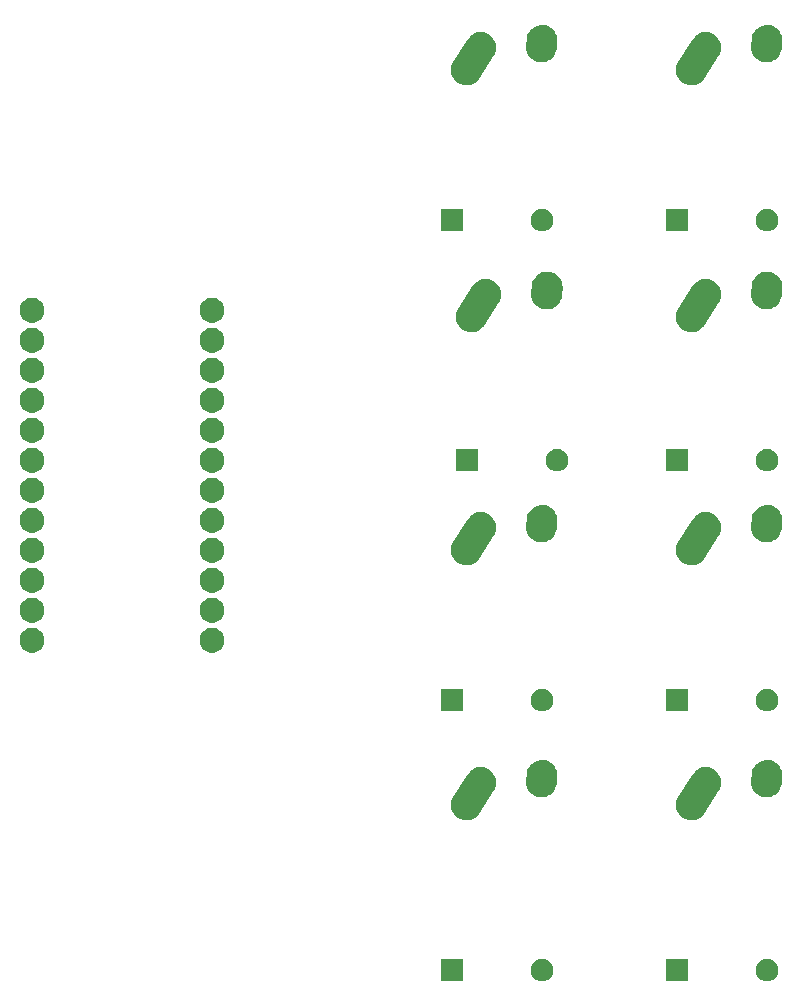
<source format=gts>
G04 #@! TF.GenerationSoftware,KiCad,Pcbnew,5.1.5-5.1.5*
G04 #@! TF.CreationDate,2020-03-08T16:14:12+01:00*
G04 #@! TF.ProjectId,pcb,7063622e-6b69-4636-9164-5f7063625858,rev?*
G04 #@! TF.SameCoordinates,Original*
G04 #@! TF.FileFunction,Soldermask,Top*
G04 #@! TF.FilePolarity,Negative*
%FSLAX46Y46*%
G04 Gerber Fmt 4.6, Leading zero omitted, Abs format (unit mm)*
G04 Created by KiCad (PCBNEW 5.1.5-5.1.5) date 2020-03-08 16:14:12*
%MOMM*%
%LPD*%
G04 APERTURE LIST*
%ADD10C,0.100000*%
G04 APERTURE END LIST*
D10*
G36*
X61237395Y-96875546D02*
G01*
X61410466Y-96947234D01*
X61410467Y-96947235D01*
X61566227Y-97051310D01*
X61698690Y-97183773D01*
X61698691Y-97183775D01*
X61802766Y-97339534D01*
X61874454Y-97512605D01*
X61911000Y-97696333D01*
X61911000Y-97883667D01*
X61874454Y-98067395D01*
X61802766Y-98240466D01*
X61802765Y-98240467D01*
X61698690Y-98396227D01*
X61566227Y-98528690D01*
X61487818Y-98581081D01*
X61410466Y-98632766D01*
X61237395Y-98704454D01*
X61053667Y-98741000D01*
X60866333Y-98741000D01*
X60682605Y-98704454D01*
X60509534Y-98632766D01*
X60432182Y-98581081D01*
X60353773Y-98528690D01*
X60221310Y-98396227D01*
X60117235Y-98240467D01*
X60117234Y-98240466D01*
X60045546Y-98067395D01*
X60009000Y-97883667D01*
X60009000Y-97696333D01*
X60045546Y-97512605D01*
X60117234Y-97339534D01*
X60221309Y-97183775D01*
X60221310Y-97183773D01*
X60353773Y-97051310D01*
X60509533Y-96947235D01*
X60509534Y-96947234D01*
X60682605Y-96875546D01*
X60866333Y-96839000D01*
X61053667Y-96839000D01*
X61237395Y-96875546D01*
G37*
G36*
X73341000Y-98741000D02*
G01*
X71439000Y-98741000D01*
X71439000Y-96839000D01*
X73341000Y-96839000D01*
X73341000Y-98741000D01*
G37*
G36*
X80287395Y-96875546D02*
G01*
X80460466Y-96947234D01*
X80460467Y-96947235D01*
X80616227Y-97051310D01*
X80748690Y-97183773D01*
X80748691Y-97183775D01*
X80852766Y-97339534D01*
X80924454Y-97512605D01*
X80961000Y-97696333D01*
X80961000Y-97883667D01*
X80924454Y-98067395D01*
X80852766Y-98240466D01*
X80852765Y-98240467D01*
X80748690Y-98396227D01*
X80616227Y-98528690D01*
X80537818Y-98581081D01*
X80460466Y-98632766D01*
X80287395Y-98704454D01*
X80103667Y-98741000D01*
X79916333Y-98741000D01*
X79732605Y-98704454D01*
X79559534Y-98632766D01*
X79482182Y-98581081D01*
X79403773Y-98528690D01*
X79271310Y-98396227D01*
X79167235Y-98240467D01*
X79167234Y-98240466D01*
X79095546Y-98067395D01*
X79059000Y-97883667D01*
X79059000Y-97696333D01*
X79095546Y-97512605D01*
X79167234Y-97339534D01*
X79271309Y-97183775D01*
X79271310Y-97183773D01*
X79403773Y-97051310D01*
X79559533Y-96947235D01*
X79559534Y-96947234D01*
X79732605Y-96875546D01*
X79916333Y-96839000D01*
X80103667Y-96839000D01*
X80287395Y-96875546D01*
G37*
G36*
X54291000Y-98741000D02*
G01*
X52389000Y-98741000D01*
X52389000Y-96839000D01*
X54291000Y-96839000D01*
X54291000Y-98741000D01*
G37*
G36*
X74961294Y-80597236D02*
G01*
X75046471Y-80603753D01*
X75086253Y-80614879D01*
X75293275Y-80672777D01*
X75521870Y-80788625D01*
X75723472Y-80946843D01*
X75890334Y-81141353D01*
X76016043Y-81364678D01*
X76094358Y-81603931D01*
X76095768Y-81608239D01*
X76123060Y-81834599D01*
X76126444Y-81862667D01*
X76106895Y-82118195D01*
X76083741Y-82200983D01*
X76037870Y-82365000D01*
X75999559Y-82440596D01*
X75951050Y-82536316D01*
X74673454Y-84541738D01*
X74673452Y-84541740D01*
X74554880Y-84692826D01*
X74360373Y-84859686D01*
X74223755Y-84936587D01*
X74137045Y-84985396D01*
X73899834Y-85063042D01*
X73893484Y-85065121D01*
X73639057Y-85095797D01*
X73639056Y-85095797D01*
X73383529Y-85076248D01*
X73136725Y-85007223D01*
X73136724Y-85007223D01*
X73136722Y-85007222D01*
X72908135Y-84891378D01*
X72908133Y-84891377D01*
X72908130Y-84891375D01*
X72706528Y-84733157D01*
X72706524Y-84733154D01*
X72539667Y-84538650D01*
X72413958Y-84315323D01*
X72413957Y-84315322D01*
X72334233Y-84071764D01*
X72334232Y-84071761D01*
X72303556Y-83817334D01*
X72303556Y-83817333D01*
X72323105Y-83561806D01*
X72392130Y-83315002D01*
X72392130Y-83315001D01*
X72472770Y-83155880D01*
X72478950Y-83143685D01*
X73756545Y-81138262D01*
X73875119Y-80987175D01*
X74019052Y-80863701D01*
X74069630Y-80820312D01*
X74292948Y-80694606D01*
X74292954Y-80694604D01*
X74536511Y-80614880D01*
X74536512Y-80614880D01*
X74536515Y-80614879D01*
X74790941Y-80584203D01*
X74790943Y-80584203D01*
X74961294Y-80597236D01*
G37*
G36*
X55911294Y-80597236D02*
G01*
X55996471Y-80603753D01*
X56036253Y-80614879D01*
X56243275Y-80672777D01*
X56471870Y-80788625D01*
X56673472Y-80946843D01*
X56840334Y-81141353D01*
X56966043Y-81364678D01*
X57044358Y-81603931D01*
X57045768Y-81608239D01*
X57073060Y-81834599D01*
X57076444Y-81862667D01*
X57056895Y-82118195D01*
X57033741Y-82200983D01*
X56987870Y-82365000D01*
X56949559Y-82440596D01*
X56901050Y-82536316D01*
X55623454Y-84541738D01*
X55623452Y-84541740D01*
X55504880Y-84692826D01*
X55310373Y-84859686D01*
X55173755Y-84936587D01*
X55087045Y-84985396D01*
X54849834Y-85063042D01*
X54843484Y-85065121D01*
X54589057Y-85095797D01*
X54589056Y-85095797D01*
X54333529Y-85076248D01*
X54086725Y-85007223D01*
X54086724Y-85007223D01*
X54086722Y-85007222D01*
X53858135Y-84891378D01*
X53858133Y-84891377D01*
X53858130Y-84891375D01*
X53656528Y-84733157D01*
X53656524Y-84733154D01*
X53489667Y-84538650D01*
X53363958Y-84315323D01*
X53363957Y-84315322D01*
X53284233Y-84071764D01*
X53284232Y-84071761D01*
X53253556Y-83817334D01*
X53253556Y-83817333D01*
X53273105Y-83561806D01*
X53342130Y-83315002D01*
X53342130Y-83315001D01*
X53422770Y-83155880D01*
X53428950Y-83143685D01*
X54706545Y-81138262D01*
X54825119Y-80987175D01*
X54969052Y-80863701D01*
X55019630Y-80820312D01*
X55242948Y-80694606D01*
X55242954Y-80694604D01*
X55486511Y-80614880D01*
X55486512Y-80614880D01*
X55486515Y-80614879D01*
X55740941Y-80584203D01*
X55740943Y-80584203D01*
X55911294Y-80597236D01*
G37*
G36*
X80351379Y-80018813D02*
G01*
X80590991Y-80109713D01*
X80808265Y-80245613D01*
X80994852Y-80421288D01*
X81106209Y-80577550D01*
X81143580Y-80629990D01*
X81248735Y-80863697D01*
X81248736Y-80863701D01*
X81306276Y-81113428D01*
X81312058Y-81305394D01*
X81312057Y-81305402D01*
X81263916Y-82011571D01*
X81232135Y-82200983D01*
X81141235Y-82440595D01*
X81005335Y-82657869D01*
X80829660Y-82844456D01*
X80673398Y-82955813D01*
X80620958Y-82993184D01*
X80387251Y-83098339D01*
X80387247Y-83098340D01*
X80137521Y-83155880D01*
X79881366Y-83163594D01*
X79881362Y-83163594D01*
X79628621Y-83121187D01*
X79389009Y-83030287D01*
X79171735Y-82894387D01*
X79118703Y-82844456D01*
X78985148Y-82718712D01*
X78855166Y-82536315D01*
X78836420Y-82510010D01*
X78731265Y-82276303D01*
X78673724Y-82026571D01*
X78673272Y-82011571D01*
X78667942Y-81834608D01*
X78716084Y-81128428D01*
X78739785Y-80987175D01*
X78747865Y-80939017D01*
X78838765Y-80699405D01*
X78974665Y-80482131D01*
X79031950Y-80421288D01*
X79150340Y-80295544D01*
X79306602Y-80184187D01*
X79359042Y-80146816D01*
X79592749Y-80041661D01*
X79592753Y-80041660D01*
X79842479Y-79984120D01*
X80098634Y-79976406D01*
X80098638Y-79976406D01*
X80351379Y-80018813D01*
G37*
G36*
X61301379Y-80018813D02*
G01*
X61540991Y-80109713D01*
X61758265Y-80245613D01*
X61944852Y-80421288D01*
X62056209Y-80577550D01*
X62093580Y-80629990D01*
X62198735Y-80863697D01*
X62198736Y-80863701D01*
X62256276Y-81113428D01*
X62262058Y-81305394D01*
X62262057Y-81305402D01*
X62213916Y-82011571D01*
X62182135Y-82200983D01*
X62091235Y-82440595D01*
X61955335Y-82657869D01*
X61779660Y-82844456D01*
X61623398Y-82955813D01*
X61570958Y-82993184D01*
X61337251Y-83098339D01*
X61337247Y-83098340D01*
X61087521Y-83155880D01*
X60831366Y-83163594D01*
X60831362Y-83163594D01*
X60578621Y-83121187D01*
X60339009Y-83030287D01*
X60121735Y-82894387D01*
X60068703Y-82844456D01*
X59935148Y-82718712D01*
X59805166Y-82536315D01*
X59786420Y-82510010D01*
X59681265Y-82276303D01*
X59623724Y-82026571D01*
X59623272Y-82011571D01*
X59617942Y-81834608D01*
X59666084Y-81128428D01*
X59689785Y-80987175D01*
X59697865Y-80939017D01*
X59788765Y-80699405D01*
X59924665Y-80482131D01*
X59981950Y-80421288D01*
X60100340Y-80295544D01*
X60256602Y-80184187D01*
X60309042Y-80146816D01*
X60542749Y-80041661D01*
X60542753Y-80041660D01*
X60792479Y-79984120D01*
X61048634Y-79976406D01*
X61048638Y-79976406D01*
X61301379Y-80018813D01*
G37*
G36*
X54291000Y-75881000D02*
G01*
X52389000Y-75881000D01*
X52389000Y-73979000D01*
X54291000Y-73979000D01*
X54291000Y-75881000D01*
G37*
G36*
X73341000Y-75881000D02*
G01*
X71439000Y-75881000D01*
X71439000Y-73979000D01*
X73341000Y-73979000D01*
X73341000Y-75881000D01*
G37*
G36*
X80287395Y-74015546D02*
G01*
X80460466Y-74087234D01*
X80460467Y-74087235D01*
X80616227Y-74191310D01*
X80748690Y-74323773D01*
X80748691Y-74323775D01*
X80852766Y-74479534D01*
X80924454Y-74652605D01*
X80961000Y-74836333D01*
X80961000Y-75023667D01*
X80924454Y-75207395D01*
X80852766Y-75380466D01*
X80852765Y-75380467D01*
X80748690Y-75536227D01*
X80616227Y-75668690D01*
X80537818Y-75721081D01*
X80460466Y-75772766D01*
X80287395Y-75844454D01*
X80103667Y-75881000D01*
X79916333Y-75881000D01*
X79732605Y-75844454D01*
X79559534Y-75772766D01*
X79482182Y-75721081D01*
X79403773Y-75668690D01*
X79271310Y-75536227D01*
X79167235Y-75380467D01*
X79167234Y-75380466D01*
X79095546Y-75207395D01*
X79059000Y-75023667D01*
X79059000Y-74836333D01*
X79095546Y-74652605D01*
X79167234Y-74479534D01*
X79271309Y-74323775D01*
X79271310Y-74323773D01*
X79403773Y-74191310D01*
X79559533Y-74087235D01*
X79559534Y-74087234D01*
X79732605Y-74015546D01*
X79916333Y-73979000D01*
X80103667Y-73979000D01*
X80287395Y-74015546D01*
G37*
G36*
X61237395Y-74015546D02*
G01*
X61410466Y-74087234D01*
X61410467Y-74087235D01*
X61566227Y-74191310D01*
X61698690Y-74323773D01*
X61698691Y-74323775D01*
X61802766Y-74479534D01*
X61874454Y-74652605D01*
X61911000Y-74836333D01*
X61911000Y-75023667D01*
X61874454Y-75207395D01*
X61802766Y-75380466D01*
X61802765Y-75380467D01*
X61698690Y-75536227D01*
X61566227Y-75668690D01*
X61487818Y-75721081D01*
X61410466Y-75772766D01*
X61237395Y-75844454D01*
X61053667Y-75881000D01*
X60866333Y-75881000D01*
X60682605Y-75844454D01*
X60509534Y-75772766D01*
X60432182Y-75721081D01*
X60353773Y-75668690D01*
X60221310Y-75536227D01*
X60117235Y-75380467D01*
X60117234Y-75380466D01*
X60045546Y-75207395D01*
X60009000Y-75023667D01*
X60009000Y-74836333D01*
X60045546Y-74652605D01*
X60117234Y-74479534D01*
X60221309Y-74323775D01*
X60221310Y-74323773D01*
X60353773Y-74191310D01*
X60509533Y-74087235D01*
X60509534Y-74087234D01*
X60682605Y-74015546D01*
X60866333Y-73979000D01*
X61053667Y-73979000D01*
X61237395Y-74015546D01*
G37*
G36*
X18083765Y-68848620D02*
G01*
X18273288Y-68927123D01*
X18443854Y-69041092D01*
X18588908Y-69186146D01*
X18702877Y-69356712D01*
X18781380Y-69546235D01*
X18821400Y-69747431D01*
X18821400Y-69952569D01*
X18781380Y-70153765D01*
X18702877Y-70343288D01*
X18588908Y-70513854D01*
X18443854Y-70658908D01*
X18273288Y-70772877D01*
X18273287Y-70772878D01*
X18273286Y-70772878D01*
X18083765Y-70851380D01*
X17882570Y-70891400D01*
X17677430Y-70891400D01*
X17476235Y-70851380D01*
X17286714Y-70772878D01*
X17286713Y-70772878D01*
X17286712Y-70772877D01*
X17116146Y-70658908D01*
X16971092Y-70513854D01*
X16857123Y-70343288D01*
X16778620Y-70153765D01*
X16738600Y-69952569D01*
X16738600Y-69747431D01*
X16778620Y-69546235D01*
X16857123Y-69356712D01*
X16971092Y-69186146D01*
X17116146Y-69041092D01*
X17286712Y-68927123D01*
X17476235Y-68848620D01*
X17677430Y-68808600D01*
X17882570Y-68808600D01*
X18083765Y-68848620D01*
G37*
G36*
X33323765Y-68848620D02*
G01*
X33513288Y-68927123D01*
X33683854Y-69041092D01*
X33828908Y-69186146D01*
X33942877Y-69356712D01*
X34021380Y-69546235D01*
X34061400Y-69747431D01*
X34061400Y-69952569D01*
X34021380Y-70153765D01*
X33942877Y-70343288D01*
X33828908Y-70513854D01*
X33683854Y-70658908D01*
X33513288Y-70772877D01*
X33513287Y-70772878D01*
X33513286Y-70772878D01*
X33323765Y-70851380D01*
X33122570Y-70891400D01*
X32917430Y-70891400D01*
X32716235Y-70851380D01*
X32526714Y-70772878D01*
X32526713Y-70772878D01*
X32526712Y-70772877D01*
X32356146Y-70658908D01*
X32211092Y-70513854D01*
X32097123Y-70343288D01*
X32018620Y-70153765D01*
X31978600Y-69952569D01*
X31978600Y-69747431D01*
X32018620Y-69546235D01*
X32097123Y-69356712D01*
X32211092Y-69186146D01*
X32356146Y-69041092D01*
X32526712Y-68927123D01*
X32716235Y-68848620D01*
X32917430Y-68808600D01*
X33122570Y-68808600D01*
X33323765Y-68848620D01*
G37*
G36*
X18083765Y-66308620D02*
G01*
X18273288Y-66387123D01*
X18443854Y-66501092D01*
X18588908Y-66646146D01*
X18702877Y-66816712D01*
X18781380Y-67006235D01*
X18821400Y-67207431D01*
X18821400Y-67412569D01*
X18781380Y-67613765D01*
X18702877Y-67803288D01*
X18588908Y-67973854D01*
X18443854Y-68118908D01*
X18273288Y-68232877D01*
X18273287Y-68232878D01*
X18273286Y-68232878D01*
X18083765Y-68311380D01*
X17882570Y-68351400D01*
X17677430Y-68351400D01*
X17476235Y-68311380D01*
X17286714Y-68232878D01*
X17286713Y-68232878D01*
X17286712Y-68232877D01*
X17116146Y-68118908D01*
X16971092Y-67973854D01*
X16857123Y-67803288D01*
X16778620Y-67613765D01*
X16738600Y-67412569D01*
X16738600Y-67207431D01*
X16778620Y-67006235D01*
X16857123Y-66816712D01*
X16971092Y-66646146D01*
X17116146Y-66501092D01*
X17286712Y-66387123D01*
X17476235Y-66308620D01*
X17677430Y-66268600D01*
X17882570Y-66268600D01*
X18083765Y-66308620D01*
G37*
G36*
X33323765Y-66308620D02*
G01*
X33513288Y-66387123D01*
X33683854Y-66501092D01*
X33828908Y-66646146D01*
X33942877Y-66816712D01*
X34021380Y-67006235D01*
X34061400Y-67207431D01*
X34061400Y-67412569D01*
X34021380Y-67613765D01*
X33942877Y-67803288D01*
X33828908Y-67973854D01*
X33683854Y-68118908D01*
X33513288Y-68232877D01*
X33513287Y-68232878D01*
X33513286Y-68232878D01*
X33323765Y-68311380D01*
X33122570Y-68351400D01*
X32917430Y-68351400D01*
X32716235Y-68311380D01*
X32526714Y-68232878D01*
X32526713Y-68232878D01*
X32526712Y-68232877D01*
X32356146Y-68118908D01*
X32211092Y-67973854D01*
X32097123Y-67803288D01*
X32018620Y-67613765D01*
X31978600Y-67412569D01*
X31978600Y-67207431D01*
X32018620Y-67006235D01*
X32097123Y-66816712D01*
X32211092Y-66646146D01*
X32356146Y-66501092D01*
X32526712Y-66387123D01*
X32716235Y-66308620D01*
X32917430Y-66268600D01*
X33122570Y-66268600D01*
X33323765Y-66308620D01*
G37*
G36*
X18083765Y-63768620D02*
G01*
X18273288Y-63847123D01*
X18443854Y-63961092D01*
X18588908Y-64106146D01*
X18702877Y-64276712D01*
X18781380Y-64466235D01*
X18821400Y-64667431D01*
X18821400Y-64872569D01*
X18781380Y-65073765D01*
X18702877Y-65263288D01*
X18588908Y-65433854D01*
X18443854Y-65578908D01*
X18273288Y-65692877D01*
X18273287Y-65692878D01*
X18273286Y-65692878D01*
X18083765Y-65771380D01*
X17882570Y-65811400D01*
X17677430Y-65811400D01*
X17476235Y-65771380D01*
X17286714Y-65692878D01*
X17286713Y-65692878D01*
X17286712Y-65692877D01*
X17116146Y-65578908D01*
X16971092Y-65433854D01*
X16857123Y-65263288D01*
X16778620Y-65073765D01*
X16738600Y-64872569D01*
X16738600Y-64667431D01*
X16778620Y-64466235D01*
X16857123Y-64276712D01*
X16971092Y-64106146D01*
X17116146Y-63961092D01*
X17286712Y-63847123D01*
X17476235Y-63768620D01*
X17677430Y-63728600D01*
X17882570Y-63728600D01*
X18083765Y-63768620D01*
G37*
G36*
X33323765Y-63768620D02*
G01*
X33513288Y-63847123D01*
X33683854Y-63961092D01*
X33828908Y-64106146D01*
X33942877Y-64276712D01*
X34021380Y-64466235D01*
X34061400Y-64667431D01*
X34061400Y-64872569D01*
X34021380Y-65073765D01*
X33942877Y-65263288D01*
X33828908Y-65433854D01*
X33683854Y-65578908D01*
X33513288Y-65692877D01*
X33513287Y-65692878D01*
X33513286Y-65692878D01*
X33323765Y-65771380D01*
X33122570Y-65811400D01*
X32917430Y-65811400D01*
X32716235Y-65771380D01*
X32526714Y-65692878D01*
X32526713Y-65692878D01*
X32526712Y-65692877D01*
X32356146Y-65578908D01*
X32211092Y-65433854D01*
X32097123Y-65263288D01*
X32018620Y-65073765D01*
X31978600Y-64872569D01*
X31978600Y-64667431D01*
X32018620Y-64466235D01*
X32097123Y-64276712D01*
X32211092Y-64106146D01*
X32356146Y-63961092D01*
X32526712Y-63847123D01*
X32716235Y-63768620D01*
X32917430Y-63728600D01*
X33122570Y-63728600D01*
X33323765Y-63768620D01*
G37*
G36*
X74961294Y-59007236D02*
G01*
X75046471Y-59013753D01*
X75086253Y-59024879D01*
X75293275Y-59082777D01*
X75521870Y-59198625D01*
X75723472Y-59356843D01*
X75890334Y-59551353D01*
X76016043Y-59774678D01*
X76087757Y-59993765D01*
X76095768Y-60018239D01*
X76123060Y-60244599D01*
X76126444Y-60272667D01*
X76106895Y-60528195D01*
X76083211Y-60612878D01*
X76037870Y-60775000D01*
X75999559Y-60850596D01*
X75951050Y-60946316D01*
X74673454Y-62951738D01*
X74673452Y-62951740D01*
X74554880Y-63102826D01*
X74360373Y-63269686D01*
X74223755Y-63346587D01*
X74137045Y-63395396D01*
X73899834Y-63473042D01*
X73893484Y-63475121D01*
X73639057Y-63505797D01*
X73639056Y-63505797D01*
X73383529Y-63486248D01*
X73136725Y-63417223D01*
X73136724Y-63417223D01*
X73136722Y-63417222D01*
X72908135Y-63301378D01*
X72908133Y-63301377D01*
X72908130Y-63301375D01*
X72732922Y-63163871D01*
X72706524Y-63143154D01*
X72539667Y-62948650D01*
X72413958Y-62725323D01*
X72413957Y-62725322D01*
X72334233Y-62481764D01*
X72334232Y-62481761D01*
X72303556Y-62227334D01*
X72311199Y-62127430D01*
X72323105Y-61971806D01*
X72392130Y-61725002D01*
X72392130Y-61725001D01*
X72472770Y-61565880D01*
X72478950Y-61553685D01*
X73756545Y-59548262D01*
X73875119Y-59397175D01*
X74019052Y-59273701D01*
X74069630Y-59230312D01*
X74292948Y-59104606D01*
X74292954Y-59104604D01*
X74536511Y-59024880D01*
X74536512Y-59024880D01*
X74536515Y-59024879D01*
X74790941Y-58994203D01*
X74790943Y-58994203D01*
X74961294Y-59007236D01*
G37*
G36*
X55911294Y-59007236D02*
G01*
X55996471Y-59013753D01*
X56036253Y-59024879D01*
X56243275Y-59082777D01*
X56471870Y-59198625D01*
X56673472Y-59356843D01*
X56840334Y-59551353D01*
X56966043Y-59774678D01*
X57037757Y-59993765D01*
X57045768Y-60018239D01*
X57073060Y-60244599D01*
X57076444Y-60272667D01*
X57056895Y-60528195D01*
X57033211Y-60612878D01*
X56987870Y-60775000D01*
X56949559Y-60850596D01*
X56901050Y-60946316D01*
X55623454Y-62951738D01*
X55623452Y-62951740D01*
X55504880Y-63102826D01*
X55310373Y-63269686D01*
X55173755Y-63346587D01*
X55087045Y-63395396D01*
X54849834Y-63473042D01*
X54843484Y-63475121D01*
X54589057Y-63505797D01*
X54589056Y-63505797D01*
X54333529Y-63486248D01*
X54086725Y-63417223D01*
X54086724Y-63417223D01*
X54086722Y-63417222D01*
X53858135Y-63301378D01*
X53858133Y-63301377D01*
X53858130Y-63301375D01*
X53682922Y-63163871D01*
X53656524Y-63143154D01*
X53489667Y-62948650D01*
X53363958Y-62725323D01*
X53363957Y-62725322D01*
X53284233Y-62481764D01*
X53284232Y-62481761D01*
X53253556Y-62227334D01*
X53261199Y-62127430D01*
X53273105Y-61971806D01*
X53342130Y-61725002D01*
X53342130Y-61725001D01*
X53422770Y-61565880D01*
X53428950Y-61553685D01*
X54706545Y-59548262D01*
X54825119Y-59397175D01*
X54969052Y-59273701D01*
X55019630Y-59230312D01*
X55242948Y-59104606D01*
X55242954Y-59104604D01*
X55486511Y-59024880D01*
X55486512Y-59024880D01*
X55486515Y-59024879D01*
X55740941Y-58994203D01*
X55740943Y-58994203D01*
X55911294Y-59007236D01*
G37*
G36*
X33323765Y-61228620D02*
G01*
X33513288Y-61307123D01*
X33683854Y-61421092D01*
X33828908Y-61566146D01*
X33942877Y-61736712D01*
X34021380Y-61926235D01*
X34061400Y-62127431D01*
X34061400Y-62332569D01*
X34021380Y-62533765D01*
X33942877Y-62723288D01*
X33828908Y-62893854D01*
X33683854Y-63038908D01*
X33513288Y-63152877D01*
X33513287Y-63152878D01*
X33513286Y-63152878D01*
X33323765Y-63231380D01*
X33122570Y-63271400D01*
X32917430Y-63271400D01*
X32716235Y-63231380D01*
X32526714Y-63152878D01*
X32526713Y-63152878D01*
X32526712Y-63152877D01*
X32356146Y-63038908D01*
X32211092Y-62893854D01*
X32097123Y-62723288D01*
X32018620Y-62533765D01*
X31978600Y-62332569D01*
X31978600Y-62127431D01*
X32018620Y-61926235D01*
X32097123Y-61736712D01*
X32211092Y-61566146D01*
X32356146Y-61421092D01*
X32526712Y-61307123D01*
X32716235Y-61228620D01*
X32917430Y-61188600D01*
X33122570Y-61188600D01*
X33323765Y-61228620D01*
G37*
G36*
X18083765Y-61228620D02*
G01*
X18273288Y-61307123D01*
X18443854Y-61421092D01*
X18588908Y-61566146D01*
X18702877Y-61736712D01*
X18781380Y-61926235D01*
X18821400Y-62127431D01*
X18821400Y-62332569D01*
X18781380Y-62533765D01*
X18702877Y-62723288D01*
X18588908Y-62893854D01*
X18443854Y-63038908D01*
X18273288Y-63152877D01*
X18273287Y-63152878D01*
X18273286Y-63152878D01*
X18083765Y-63231380D01*
X17882570Y-63271400D01*
X17677430Y-63271400D01*
X17476235Y-63231380D01*
X17286714Y-63152878D01*
X17286713Y-63152878D01*
X17286712Y-63152877D01*
X17116146Y-63038908D01*
X16971092Y-62893854D01*
X16857123Y-62723288D01*
X16778620Y-62533765D01*
X16738600Y-62332569D01*
X16738600Y-62127431D01*
X16778620Y-61926235D01*
X16857123Y-61736712D01*
X16971092Y-61566146D01*
X17116146Y-61421092D01*
X17286712Y-61307123D01*
X17476235Y-61228620D01*
X17677430Y-61188600D01*
X17882570Y-61188600D01*
X18083765Y-61228620D01*
G37*
G36*
X61301379Y-58428813D02*
G01*
X61540991Y-58519713D01*
X61747053Y-58648600D01*
X61758265Y-58655613D01*
X61944852Y-58831288D01*
X62056209Y-58987550D01*
X62093580Y-59039990D01*
X62198735Y-59273697D01*
X62198736Y-59273701D01*
X62256276Y-59523428D01*
X62262058Y-59715394D01*
X62245455Y-59958928D01*
X62213916Y-60421571D01*
X62182135Y-60610983D01*
X62091235Y-60850595D01*
X61955335Y-61067869D01*
X61779660Y-61254456D01*
X61623398Y-61365813D01*
X61570958Y-61403184D01*
X61337251Y-61508339D01*
X61337247Y-61508340D01*
X61087521Y-61565880D01*
X60831366Y-61573594D01*
X60831362Y-61573594D01*
X60578621Y-61531187D01*
X60339009Y-61440287D01*
X60121735Y-61304387D01*
X60068703Y-61254456D01*
X59935148Y-61128712D01*
X59805166Y-60946315D01*
X59786420Y-60920010D01*
X59681265Y-60686303D01*
X59623724Y-60436571D01*
X59621233Y-60353854D01*
X59617942Y-60244608D01*
X59666084Y-59538428D01*
X59689785Y-59397175D01*
X59697865Y-59349017D01*
X59788765Y-59109405D01*
X59924665Y-58892131D01*
X60100340Y-58705544D01*
X60256602Y-58594187D01*
X60309042Y-58556816D01*
X60542749Y-58451661D01*
X60542753Y-58451660D01*
X60792479Y-58394120D01*
X61048634Y-58386406D01*
X61048638Y-58386406D01*
X61301379Y-58428813D01*
G37*
G36*
X80351379Y-58428813D02*
G01*
X80590991Y-58519713D01*
X80797053Y-58648600D01*
X80808265Y-58655613D01*
X80994852Y-58831288D01*
X81106209Y-58987550D01*
X81143580Y-59039990D01*
X81248735Y-59273697D01*
X81248736Y-59273701D01*
X81306276Y-59523428D01*
X81312058Y-59715394D01*
X81295455Y-59958928D01*
X81263916Y-60421571D01*
X81232135Y-60610983D01*
X81141235Y-60850595D01*
X81005335Y-61067869D01*
X80829660Y-61254456D01*
X80673398Y-61365813D01*
X80620958Y-61403184D01*
X80387251Y-61508339D01*
X80387247Y-61508340D01*
X80137521Y-61565880D01*
X79881366Y-61573594D01*
X79881362Y-61573594D01*
X79628621Y-61531187D01*
X79389009Y-61440287D01*
X79171735Y-61304387D01*
X79118703Y-61254456D01*
X78985148Y-61128712D01*
X78855166Y-60946315D01*
X78836420Y-60920010D01*
X78731265Y-60686303D01*
X78673724Y-60436571D01*
X78671233Y-60353854D01*
X78667942Y-60244608D01*
X78716084Y-59538428D01*
X78739785Y-59397175D01*
X78747865Y-59349017D01*
X78838765Y-59109405D01*
X78974665Y-58892131D01*
X79150340Y-58705544D01*
X79306602Y-58594187D01*
X79359042Y-58556816D01*
X79592749Y-58451661D01*
X79592753Y-58451660D01*
X79842479Y-58394120D01*
X80098634Y-58386406D01*
X80098638Y-58386406D01*
X80351379Y-58428813D01*
G37*
G36*
X18083765Y-58688620D02*
G01*
X18273288Y-58767123D01*
X18443854Y-58881092D01*
X18588908Y-59026146D01*
X18626748Y-59082778D01*
X18702878Y-59196714D01*
X18781380Y-59386235D01*
X18813609Y-59548260D01*
X18821400Y-59587431D01*
X18821400Y-59792569D01*
X18781380Y-59993765D01*
X18702877Y-60183288D01*
X18588908Y-60353854D01*
X18443854Y-60498908D01*
X18273288Y-60612877D01*
X18273287Y-60612878D01*
X18273286Y-60612878D01*
X18083765Y-60691380D01*
X17882570Y-60731400D01*
X17677430Y-60731400D01*
X17476235Y-60691380D01*
X17286714Y-60612878D01*
X17286713Y-60612878D01*
X17286712Y-60612877D01*
X17116146Y-60498908D01*
X16971092Y-60353854D01*
X16857123Y-60183288D01*
X16778620Y-59993765D01*
X16738600Y-59792569D01*
X16738600Y-59587431D01*
X16746392Y-59548260D01*
X16778620Y-59386235D01*
X16857122Y-59196714D01*
X16933252Y-59082778D01*
X16971092Y-59026146D01*
X17116146Y-58881092D01*
X17286712Y-58767123D01*
X17476235Y-58688620D01*
X17677430Y-58648600D01*
X17882570Y-58648600D01*
X18083765Y-58688620D01*
G37*
G36*
X33323765Y-58688620D02*
G01*
X33513288Y-58767123D01*
X33683854Y-58881092D01*
X33828908Y-59026146D01*
X33866748Y-59082778D01*
X33942878Y-59196714D01*
X34021380Y-59386235D01*
X34053609Y-59548260D01*
X34061400Y-59587431D01*
X34061400Y-59792569D01*
X34021380Y-59993765D01*
X33942877Y-60183288D01*
X33828908Y-60353854D01*
X33683854Y-60498908D01*
X33513288Y-60612877D01*
X33513287Y-60612878D01*
X33513286Y-60612878D01*
X33323765Y-60691380D01*
X33122570Y-60731400D01*
X32917430Y-60731400D01*
X32716235Y-60691380D01*
X32526714Y-60612878D01*
X32526713Y-60612878D01*
X32526712Y-60612877D01*
X32356146Y-60498908D01*
X32211092Y-60353854D01*
X32097123Y-60183288D01*
X32018620Y-59993765D01*
X31978600Y-59792569D01*
X31978600Y-59587431D01*
X31986392Y-59548260D01*
X32018620Y-59386235D01*
X32097122Y-59196714D01*
X32173252Y-59082778D01*
X32211092Y-59026146D01*
X32356146Y-58881092D01*
X32526712Y-58767123D01*
X32716235Y-58688620D01*
X32917430Y-58648600D01*
X33122570Y-58648600D01*
X33323765Y-58688620D01*
G37*
G36*
X33323765Y-56148620D02*
G01*
X33513288Y-56227123D01*
X33683854Y-56341092D01*
X33828908Y-56486146D01*
X33942877Y-56656712D01*
X34021380Y-56846235D01*
X34061400Y-57047431D01*
X34061400Y-57252569D01*
X34021380Y-57453765D01*
X33942877Y-57643288D01*
X33828908Y-57813854D01*
X33683854Y-57958908D01*
X33513288Y-58072877D01*
X33513287Y-58072878D01*
X33513286Y-58072878D01*
X33323765Y-58151380D01*
X33122570Y-58191400D01*
X32917430Y-58191400D01*
X32716235Y-58151380D01*
X32526714Y-58072878D01*
X32526713Y-58072878D01*
X32526712Y-58072877D01*
X32356146Y-57958908D01*
X32211092Y-57813854D01*
X32097123Y-57643288D01*
X32018620Y-57453765D01*
X31978600Y-57252569D01*
X31978600Y-57047431D01*
X32018620Y-56846235D01*
X32097123Y-56656712D01*
X32211092Y-56486146D01*
X32356146Y-56341092D01*
X32526712Y-56227123D01*
X32716235Y-56148620D01*
X32917430Y-56108600D01*
X33122570Y-56108600D01*
X33323765Y-56148620D01*
G37*
G36*
X18083765Y-56148620D02*
G01*
X18273288Y-56227123D01*
X18443854Y-56341092D01*
X18588908Y-56486146D01*
X18702877Y-56656712D01*
X18781380Y-56846235D01*
X18821400Y-57047431D01*
X18821400Y-57252569D01*
X18781380Y-57453765D01*
X18702877Y-57643288D01*
X18588908Y-57813854D01*
X18443854Y-57958908D01*
X18273288Y-58072877D01*
X18273287Y-58072878D01*
X18273286Y-58072878D01*
X18083765Y-58151380D01*
X17882570Y-58191400D01*
X17677430Y-58191400D01*
X17476235Y-58151380D01*
X17286714Y-58072878D01*
X17286713Y-58072878D01*
X17286712Y-58072877D01*
X17116146Y-57958908D01*
X16971092Y-57813854D01*
X16857123Y-57643288D01*
X16778620Y-57453765D01*
X16738600Y-57252569D01*
X16738600Y-57047431D01*
X16778620Y-56846235D01*
X16857123Y-56656712D01*
X16971092Y-56486146D01*
X17116146Y-56341092D01*
X17286712Y-56227123D01*
X17476235Y-56148620D01*
X17677430Y-56108600D01*
X17882570Y-56108600D01*
X18083765Y-56148620D01*
G37*
G36*
X33323765Y-53608620D02*
G01*
X33513288Y-53687123D01*
X33683854Y-53801092D01*
X33828908Y-53946146D01*
X33942877Y-54116712D01*
X33942878Y-54116714D01*
X34021380Y-54306235D01*
X34061400Y-54507430D01*
X34061400Y-54712570D01*
X34021380Y-54913765D01*
X33960615Y-55060466D01*
X33942877Y-55103288D01*
X33828908Y-55273854D01*
X33683854Y-55418908D01*
X33513288Y-55532877D01*
X33513287Y-55532878D01*
X33513286Y-55532878D01*
X33323765Y-55611380D01*
X33122570Y-55651400D01*
X32917430Y-55651400D01*
X32716235Y-55611380D01*
X32526714Y-55532878D01*
X32526713Y-55532878D01*
X32526712Y-55532877D01*
X32356146Y-55418908D01*
X32211092Y-55273854D01*
X32097123Y-55103288D01*
X32079386Y-55060466D01*
X32018620Y-54913765D01*
X31978600Y-54712570D01*
X31978600Y-54507430D01*
X32018620Y-54306235D01*
X32097122Y-54116714D01*
X32097123Y-54116712D01*
X32211092Y-53946146D01*
X32356146Y-53801092D01*
X32526712Y-53687123D01*
X32716235Y-53608620D01*
X32917430Y-53568600D01*
X33122570Y-53568600D01*
X33323765Y-53608620D01*
G37*
G36*
X18083765Y-53608620D02*
G01*
X18273288Y-53687123D01*
X18443854Y-53801092D01*
X18588908Y-53946146D01*
X18702877Y-54116712D01*
X18702878Y-54116714D01*
X18781380Y-54306235D01*
X18821400Y-54507430D01*
X18821400Y-54712570D01*
X18781380Y-54913765D01*
X18720615Y-55060466D01*
X18702877Y-55103288D01*
X18588908Y-55273854D01*
X18443854Y-55418908D01*
X18273288Y-55532877D01*
X18273287Y-55532878D01*
X18273286Y-55532878D01*
X18083765Y-55611380D01*
X17882570Y-55651400D01*
X17677430Y-55651400D01*
X17476235Y-55611380D01*
X17286714Y-55532878D01*
X17286713Y-55532878D01*
X17286712Y-55532877D01*
X17116146Y-55418908D01*
X16971092Y-55273854D01*
X16857123Y-55103288D01*
X16839386Y-55060466D01*
X16778620Y-54913765D01*
X16738600Y-54712570D01*
X16738600Y-54507430D01*
X16778620Y-54306235D01*
X16857122Y-54116714D01*
X16857123Y-54116712D01*
X16971092Y-53946146D01*
X17116146Y-53801092D01*
X17286712Y-53687123D01*
X17476235Y-53608620D01*
X17677430Y-53568600D01*
X17882570Y-53568600D01*
X18083765Y-53608620D01*
G37*
G36*
X62507395Y-53695546D02*
G01*
X62680466Y-53767234D01*
X62731138Y-53801092D01*
X62836227Y-53871310D01*
X62968690Y-54003773D01*
X62968691Y-54003775D01*
X63072766Y-54159534D01*
X63144454Y-54332605D01*
X63181000Y-54516333D01*
X63181000Y-54703667D01*
X63144454Y-54887395D01*
X63072766Y-55060466D01*
X63044153Y-55103288D01*
X62968690Y-55216227D01*
X62836227Y-55348690D01*
X62757818Y-55401081D01*
X62680466Y-55452766D01*
X62507395Y-55524454D01*
X62323667Y-55561000D01*
X62136333Y-55561000D01*
X61952605Y-55524454D01*
X61779534Y-55452766D01*
X61702182Y-55401081D01*
X61623773Y-55348690D01*
X61491310Y-55216227D01*
X61415847Y-55103288D01*
X61387234Y-55060466D01*
X61315546Y-54887395D01*
X61279000Y-54703667D01*
X61279000Y-54516333D01*
X61315546Y-54332605D01*
X61387234Y-54159534D01*
X61491309Y-54003775D01*
X61491310Y-54003773D01*
X61623773Y-53871310D01*
X61728862Y-53801092D01*
X61779534Y-53767234D01*
X61952605Y-53695546D01*
X62136333Y-53659000D01*
X62323667Y-53659000D01*
X62507395Y-53695546D01*
G37*
G36*
X55561000Y-55561000D02*
G01*
X53659000Y-55561000D01*
X53659000Y-53659000D01*
X55561000Y-53659000D01*
X55561000Y-55561000D01*
G37*
G36*
X73341000Y-55561000D02*
G01*
X71439000Y-55561000D01*
X71439000Y-53659000D01*
X73341000Y-53659000D01*
X73341000Y-55561000D01*
G37*
G36*
X80287395Y-53695546D02*
G01*
X80460466Y-53767234D01*
X80511138Y-53801092D01*
X80616227Y-53871310D01*
X80748690Y-54003773D01*
X80748691Y-54003775D01*
X80852766Y-54159534D01*
X80924454Y-54332605D01*
X80961000Y-54516333D01*
X80961000Y-54703667D01*
X80924454Y-54887395D01*
X80852766Y-55060466D01*
X80824153Y-55103288D01*
X80748690Y-55216227D01*
X80616227Y-55348690D01*
X80537818Y-55401081D01*
X80460466Y-55452766D01*
X80287395Y-55524454D01*
X80103667Y-55561000D01*
X79916333Y-55561000D01*
X79732605Y-55524454D01*
X79559534Y-55452766D01*
X79482182Y-55401081D01*
X79403773Y-55348690D01*
X79271310Y-55216227D01*
X79195847Y-55103288D01*
X79167234Y-55060466D01*
X79095546Y-54887395D01*
X79059000Y-54703667D01*
X79059000Y-54516333D01*
X79095546Y-54332605D01*
X79167234Y-54159534D01*
X79271309Y-54003775D01*
X79271310Y-54003773D01*
X79403773Y-53871310D01*
X79508862Y-53801092D01*
X79559534Y-53767234D01*
X79732605Y-53695546D01*
X79916333Y-53659000D01*
X80103667Y-53659000D01*
X80287395Y-53695546D01*
G37*
G36*
X18083765Y-51068620D02*
G01*
X18273288Y-51147123D01*
X18443854Y-51261092D01*
X18588908Y-51406146D01*
X18702877Y-51576712D01*
X18781380Y-51766235D01*
X18821400Y-51967431D01*
X18821400Y-52172569D01*
X18781380Y-52373765D01*
X18702877Y-52563288D01*
X18588908Y-52733854D01*
X18443854Y-52878908D01*
X18273288Y-52992877D01*
X18273287Y-52992878D01*
X18273286Y-52992878D01*
X18083765Y-53071380D01*
X17882570Y-53111400D01*
X17677430Y-53111400D01*
X17476235Y-53071380D01*
X17286714Y-52992878D01*
X17286713Y-52992878D01*
X17286712Y-52992877D01*
X17116146Y-52878908D01*
X16971092Y-52733854D01*
X16857123Y-52563288D01*
X16778620Y-52373765D01*
X16738600Y-52172569D01*
X16738600Y-51967431D01*
X16778620Y-51766235D01*
X16857123Y-51576712D01*
X16971092Y-51406146D01*
X17116146Y-51261092D01*
X17286712Y-51147123D01*
X17476235Y-51068620D01*
X17677430Y-51028600D01*
X17882570Y-51028600D01*
X18083765Y-51068620D01*
G37*
G36*
X33323765Y-51068620D02*
G01*
X33513288Y-51147123D01*
X33683854Y-51261092D01*
X33828908Y-51406146D01*
X33942877Y-51576712D01*
X34021380Y-51766235D01*
X34061400Y-51967431D01*
X34061400Y-52172569D01*
X34021380Y-52373765D01*
X33942877Y-52563288D01*
X33828908Y-52733854D01*
X33683854Y-52878908D01*
X33513288Y-52992877D01*
X33513287Y-52992878D01*
X33513286Y-52992878D01*
X33323765Y-53071380D01*
X33122570Y-53111400D01*
X32917430Y-53111400D01*
X32716235Y-53071380D01*
X32526714Y-52992878D01*
X32526713Y-52992878D01*
X32526712Y-52992877D01*
X32356146Y-52878908D01*
X32211092Y-52733854D01*
X32097123Y-52563288D01*
X32018620Y-52373765D01*
X31978600Y-52172569D01*
X31978600Y-51967431D01*
X32018620Y-51766235D01*
X32097123Y-51576712D01*
X32211092Y-51406146D01*
X32356146Y-51261092D01*
X32526712Y-51147123D01*
X32716235Y-51068620D01*
X32917430Y-51028600D01*
X33122570Y-51028600D01*
X33323765Y-51068620D01*
G37*
G36*
X18083765Y-48528620D02*
G01*
X18273288Y-48607123D01*
X18443854Y-48721092D01*
X18588908Y-48866146D01*
X18702877Y-49036712D01*
X18781380Y-49226235D01*
X18821400Y-49427431D01*
X18821400Y-49632569D01*
X18781380Y-49833765D01*
X18702877Y-50023288D01*
X18588908Y-50193854D01*
X18443854Y-50338908D01*
X18273288Y-50452877D01*
X18273287Y-50452878D01*
X18273286Y-50452878D01*
X18083765Y-50531380D01*
X17882570Y-50571400D01*
X17677430Y-50571400D01*
X17476235Y-50531380D01*
X17286714Y-50452878D01*
X17286713Y-50452878D01*
X17286712Y-50452877D01*
X17116146Y-50338908D01*
X16971092Y-50193854D01*
X16857123Y-50023288D01*
X16778620Y-49833765D01*
X16738600Y-49632569D01*
X16738600Y-49427431D01*
X16778620Y-49226235D01*
X16857123Y-49036712D01*
X16971092Y-48866146D01*
X17116146Y-48721092D01*
X17286712Y-48607123D01*
X17476235Y-48528620D01*
X17677430Y-48488600D01*
X17882570Y-48488600D01*
X18083765Y-48528620D01*
G37*
G36*
X33323765Y-48528620D02*
G01*
X33513288Y-48607123D01*
X33683854Y-48721092D01*
X33828908Y-48866146D01*
X33942877Y-49036712D01*
X34021380Y-49226235D01*
X34061400Y-49427431D01*
X34061400Y-49632569D01*
X34021380Y-49833765D01*
X33942877Y-50023288D01*
X33828908Y-50193854D01*
X33683854Y-50338908D01*
X33513288Y-50452877D01*
X33513287Y-50452878D01*
X33513286Y-50452878D01*
X33323765Y-50531380D01*
X33122570Y-50571400D01*
X32917430Y-50571400D01*
X32716235Y-50531380D01*
X32526714Y-50452878D01*
X32526713Y-50452878D01*
X32526712Y-50452877D01*
X32356146Y-50338908D01*
X32211092Y-50193854D01*
X32097123Y-50023288D01*
X32018620Y-49833765D01*
X31978600Y-49632569D01*
X31978600Y-49427431D01*
X32018620Y-49226235D01*
X32097123Y-49036712D01*
X32211092Y-48866146D01*
X32356146Y-48721092D01*
X32526712Y-48607123D01*
X32716235Y-48528620D01*
X32917430Y-48488600D01*
X33122570Y-48488600D01*
X33323765Y-48528620D01*
G37*
G36*
X18083765Y-45988620D02*
G01*
X18273288Y-46067123D01*
X18443854Y-46181092D01*
X18588908Y-46326146D01*
X18702877Y-46496712D01*
X18781380Y-46686235D01*
X18821400Y-46887431D01*
X18821400Y-47092569D01*
X18781380Y-47293765D01*
X18702877Y-47483288D01*
X18588908Y-47653854D01*
X18443854Y-47798908D01*
X18273288Y-47912877D01*
X18273287Y-47912878D01*
X18273286Y-47912878D01*
X18083765Y-47991380D01*
X17882570Y-48031400D01*
X17677430Y-48031400D01*
X17476235Y-47991380D01*
X17286714Y-47912878D01*
X17286713Y-47912878D01*
X17286712Y-47912877D01*
X17116146Y-47798908D01*
X16971092Y-47653854D01*
X16857123Y-47483288D01*
X16778620Y-47293765D01*
X16738600Y-47092569D01*
X16738600Y-46887431D01*
X16778620Y-46686235D01*
X16857123Y-46496712D01*
X16971092Y-46326146D01*
X17116146Y-46181092D01*
X17286712Y-46067123D01*
X17476235Y-45988620D01*
X17677430Y-45948600D01*
X17882570Y-45948600D01*
X18083765Y-45988620D01*
G37*
G36*
X33323765Y-45988620D02*
G01*
X33513288Y-46067123D01*
X33683854Y-46181092D01*
X33828908Y-46326146D01*
X33942877Y-46496712D01*
X34021380Y-46686235D01*
X34061400Y-46887431D01*
X34061400Y-47092569D01*
X34021380Y-47293765D01*
X33942877Y-47483288D01*
X33828908Y-47653854D01*
X33683854Y-47798908D01*
X33513288Y-47912877D01*
X33513287Y-47912878D01*
X33513286Y-47912878D01*
X33323765Y-47991380D01*
X33122570Y-48031400D01*
X32917430Y-48031400D01*
X32716235Y-47991380D01*
X32526714Y-47912878D01*
X32526713Y-47912878D01*
X32526712Y-47912877D01*
X32356146Y-47798908D01*
X32211092Y-47653854D01*
X32097123Y-47483288D01*
X32018620Y-47293765D01*
X31978600Y-47092569D01*
X31978600Y-46887431D01*
X32018620Y-46686235D01*
X32097123Y-46496712D01*
X32211092Y-46326146D01*
X32356146Y-46181092D01*
X32526712Y-46067123D01*
X32716235Y-45988620D01*
X32917430Y-45948600D01*
X33122570Y-45948600D01*
X33323765Y-45988620D01*
G37*
G36*
X33323765Y-43448620D02*
G01*
X33513288Y-43527123D01*
X33683854Y-43641092D01*
X33828908Y-43786146D01*
X33942877Y-43956712D01*
X34021380Y-44146235D01*
X34061400Y-44347431D01*
X34061400Y-44552569D01*
X34021380Y-44753765D01*
X33942877Y-44943288D01*
X33828908Y-45113854D01*
X33683854Y-45258908D01*
X33513288Y-45372877D01*
X33513287Y-45372878D01*
X33513286Y-45372878D01*
X33323765Y-45451380D01*
X33122570Y-45491400D01*
X32917430Y-45491400D01*
X32716235Y-45451380D01*
X32526714Y-45372878D01*
X32526713Y-45372878D01*
X32526712Y-45372877D01*
X32356146Y-45258908D01*
X32211092Y-45113854D01*
X32097123Y-44943288D01*
X32018620Y-44753765D01*
X31978600Y-44552569D01*
X31978600Y-44347431D01*
X32018620Y-44146235D01*
X32097123Y-43956712D01*
X32211092Y-43786146D01*
X32356146Y-43641092D01*
X32526712Y-43527123D01*
X32716235Y-43448620D01*
X32917430Y-43408600D01*
X33122570Y-43408600D01*
X33323765Y-43448620D01*
G37*
G36*
X18083765Y-43448620D02*
G01*
X18273288Y-43527123D01*
X18443854Y-43641092D01*
X18588908Y-43786146D01*
X18702877Y-43956712D01*
X18781380Y-44146235D01*
X18821400Y-44347431D01*
X18821400Y-44552569D01*
X18781380Y-44753765D01*
X18702877Y-44943288D01*
X18588908Y-45113854D01*
X18443854Y-45258908D01*
X18273288Y-45372877D01*
X18273287Y-45372878D01*
X18273286Y-45372878D01*
X18083765Y-45451380D01*
X17882570Y-45491400D01*
X17677430Y-45491400D01*
X17476235Y-45451380D01*
X17286714Y-45372878D01*
X17286713Y-45372878D01*
X17286712Y-45372877D01*
X17116146Y-45258908D01*
X16971092Y-45113854D01*
X16857123Y-44943288D01*
X16778620Y-44753765D01*
X16738600Y-44552569D01*
X16738600Y-44347431D01*
X16778620Y-44146235D01*
X16857123Y-43956712D01*
X16971092Y-43786146D01*
X17116146Y-43641092D01*
X17286712Y-43527123D01*
X17476235Y-43448620D01*
X17677430Y-43408600D01*
X17882570Y-43408600D01*
X18083765Y-43448620D01*
G37*
G36*
X56345495Y-39271437D02*
G01*
X56430672Y-39277954D01*
X56470454Y-39289080D01*
X56677476Y-39346978D01*
X56906071Y-39462826D01*
X57107673Y-39621044D01*
X57274535Y-39815554D01*
X57400244Y-40038879D01*
X57478559Y-40278132D01*
X57479969Y-40282440D01*
X57507261Y-40508800D01*
X57510645Y-40536868D01*
X57491096Y-40792396D01*
X57467942Y-40875184D01*
X57422071Y-41039201D01*
X57383760Y-41114797D01*
X57335251Y-41210517D01*
X56057655Y-43215939D01*
X56057653Y-43215941D01*
X55939081Y-43367027D01*
X55744574Y-43533887D01*
X55607956Y-43610788D01*
X55521246Y-43659597D01*
X55284035Y-43737243D01*
X55277685Y-43739322D01*
X55023258Y-43769998D01*
X55023257Y-43769998D01*
X54767730Y-43750449D01*
X54520926Y-43681424D01*
X54520925Y-43681424D01*
X54520923Y-43681423D01*
X54292336Y-43565579D01*
X54292334Y-43565578D01*
X54292331Y-43565576D01*
X54117123Y-43428072D01*
X54090725Y-43407355D01*
X53923868Y-43212851D01*
X53798159Y-42989524D01*
X53798158Y-42989523D01*
X53718434Y-42745965D01*
X53718433Y-42745962D01*
X53687757Y-42491535D01*
X53687757Y-42491534D01*
X53707306Y-42236007D01*
X53776331Y-41989203D01*
X53776331Y-41989202D01*
X53856971Y-41830081D01*
X53863151Y-41817886D01*
X55140746Y-39812463D01*
X55259320Y-39661376D01*
X55403253Y-39537902D01*
X55453831Y-39494513D01*
X55677149Y-39368807D01*
X55677155Y-39368805D01*
X55920712Y-39289081D01*
X55920713Y-39289081D01*
X55920716Y-39289080D01*
X56175142Y-39258404D01*
X56175144Y-39258404D01*
X56345495Y-39271437D01*
G37*
G36*
X74961294Y-39271437D02*
G01*
X75046471Y-39277954D01*
X75086253Y-39289080D01*
X75293275Y-39346978D01*
X75521870Y-39462826D01*
X75723472Y-39621044D01*
X75890334Y-39815554D01*
X76016043Y-40038879D01*
X76094358Y-40278132D01*
X76095768Y-40282440D01*
X76123060Y-40508800D01*
X76126444Y-40536868D01*
X76106895Y-40792396D01*
X76083741Y-40875184D01*
X76037870Y-41039201D01*
X75999559Y-41114797D01*
X75951050Y-41210517D01*
X74673454Y-43215939D01*
X74673452Y-43215941D01*
X74554880Y-43367027D01*
X74360373Y-43533887D01*
X74223755Y-43610788D01*
X74137045Y-43659597D01*
X73899834Y-43737243D01*
X73893484Y-43739322D01*
X73639057Y-43769998D01*
X73639056Y-43769998D01*
X73383529Y-43750449D01*
X73136725Y-43681424D01*
X73136724Y-43681424D01*
X73136722Y-43681423D01*
X72908135Y-43565579D01*
X72908133Y-43565578D01*
X72908130Y-43565576D01*
X72732922Y-43428072D01*
X72706524Y-43407355D01*
X72539667Y-43212851D01*
X72413958Y-42989524D01*
X72413957Y-42989523D01*
X72334233Y-42745965D01*
X72334232Y-42745962D01*
X72303556Y-42491535D01*
X72303556Y-42491534D01*
X72323105Y-42236007D01*
X72392130Y-41989203D01*
X72392130Y-41989202D01*
X72472770Y-41830081D01*
X72478950Y-41817886D01*
X73756545Y-39812463D01*
X73875119Y-39661376D01*
X74019052Y-39537902D01*
X74069630Y-39494513D01*
X74292948Y-39368807D01*
X74292954Y-39368805D01*
X74536511Y-39289081D01*
X74536512Y-39289081D01*
X74536515Y-39289080D01*
X74790941Y-39258404D01*
X74790943Y-39258404D01*
X74961294Y-39271437D01*
G37*
G36*
X33323765Y-40908620D02*
G01*
X33513288Y-40987123D01*
X33683854Y-41101092D01*
X33828908Y-41246146D01*
X33926974Y-41392912D01*
X33942878Y-41416714D01*
X34021380Y-41606235D01*
X34059005Y-41795387D01*
X34061400Y-41807431D01*
X34061400Y-42012569D01*
X34021380Y-42213765D01*
X33942877Y-42403288D01*
X33828908Y-42573854D01*
X33683854Y-42718908D01*
X33513288Y-42832877D01*
X33513287Y-42832878D01*
X33513286Y-42832878D01*
X33323765Y-42911380D01*
X33122570Y-42951400D01*
X32917430Y-42951400D01*
X32716235Y-42911380D01*
X32526714Y-42832878D01*
X32526713Y-42832878D01*
X32526712Y-42832877D01*
X32356146Y-42718908D01*
X32211092Y-42573854D01*
X32097123Y-42403288D01*
X32018620Y-42213765D01*
X31978600Y-42012569D01*
X31978600Y-41807431D01*
X31980996Y-41795387D01*
X32018620Y-41606235D01*
X32097122Y-41416714D01*
X32113026Y-41392912D01*
X32211092Y-41246146D01*
X32356146Y-41101092D01*
X32526712Y-40987123D01*
X32716235Y-40908620D01*
X32917430Y-40868600D01*
X33122570Y-40868600D01*
X33323765Y-40908620D01*
G37*
G36*
X18083765Y-40908620D02*
G01*
X18273288Y-40987123D01*
X18443854Y-41101092D01*
X18588908Y-41246146D01*
X18686974Y-41392912D01*
X18702878Y-41416714D01*
X18781380Y-41606235D01*
X18819005Y-41795387D01*
X18821400Y-41807431D01*
X18821400Y-42012569D01*
X18781380Y-42213765D01*
X18702877Y-42403288D01*
X18588908Y-42573854D01*
X18443854Y-42718908D01*
X18273288Y-42832877D01*
X18273287Y-42832878D01*
X18273286Y-42832878D01*
X18083765Y-42911380D01*
X17882570Y-42951400D01*
X17677430Y-42951400D01*
X17476235Y-42911380D01*
X17286714Y-42832878D01*
X17286713Y-42832878D01*
X17286712Y-42832877D01*
X17116146Y-42718908D01*
X16971092Y-42573854D01*
X16857123Y-42403288D01*
X16778620Y-42213765D01*
X16738600Y-42012569D01*
X16738600Y-41807431D01*
X16740996Y-41795387D01*
X16778620Y-41606235D01*
X16857122Y-41416714D01*
X16873026Y-41392912D01*
X16971092Y-41246146D01*
X17116146Y-41101092D01*
X17286712Y-40987123D01*
X17476235Y-40908620D01*
X17677430Y-40868600D01*
X17882570Y-40868600D01*
X18083765Y-40908620D01*
G37*
G36*
X61735580Y-38693014D02*
G01*
X61975192Y-38783914D01*
X62192466Y-38919814D01*
X62379053Y-39095489D01*
X62490410Y-39251751D01*
X62527781Y-39304191D01*
X62632936Y-39537898D01*
X62632937Y-39537902D01*
X62690477Y-39787629D01*
X62696259Y-39979595D01*
X62696258Y-39979603D01*
X62648117Y-40685772D01*
X62616336Y-40875184D01*
X62525436Y-41114796D01*
X62443278Y-41246148D01*
X62389536Y-41332070D01*
X62213861Y-41518657D01*
X62090967Y-41606235D01*
X62005159Y-41667385D01*
X61771452Y-41772540D01*
X61771448Y-41772541D01*
X61521722Y-41830081D01*
X61265567Y-41837795D01*
X61265563Y-41837795D01*
X61012822Y-41795388D01*
X60773210Y-41704488D01*
X60555936Y-41568588D01*
X60502904Y-41518657D01*
X60369349Y-41392913D01*
X60239367Y-41210516D01*
X60220621Y-41184211D01*
X60115466Y-40950504D01*
X60057925Y-40700772D01*
X60057473Y-40685772D01*
X60052143Y-40508809D01*
X60100285Y-39802629D01*
X60123986Y-39661376D01*
X60132066Y-39613218D01*
X60222966Y-39373606D01*
X60358866Y-39156332D01*
X60416151Y-39095489D01*
X60534541Y-38969745D01*
X60690803Y-38858388D01*
X60743243Y-38821017D01*
X60976950Y-38715862D01*
X60976954Y-38715861D01*
X61226680Y-38658321D01*
X61482835Y-38650607D01*
X61482839Y-38650607D01*
X61735580Y-38693014D01*
G37*
G36*
X80351379Y-38693014D02*
G01*
X80590991Y-38783914D01*
X80808265Y-38919814D01*
X80994852Y-39095489D01*
X81106209Y-39251751D01*
X81143580Y-39304191D01*
X81248735Y-39537898D01*
X81248736Y-39537902D01*
X81306276Y-39787629D01*
X81312058Y-39979595D01*
X81312057Y-39979603D01*
X81263916Y-40685772D01*
X81232135Y-40875184D01*
X81141235Y-41114796D01*
X81059077Y-41246148D01*
X81005335Y-41332070D01*
X80829660Y-41518657D01*
X80706766Y-41606235D01*
X80620958Y-41667385D01*
X80387251Y-41772540D01*
X80387247Y-41772541D01*
X80137521Y-41830081D01*
X79881366Y-41837795D01*
X79881362Y-41837795D01*
X79628621Y-41795388D01*
X79389009Y-41704488D01*
X79171735Y-41568588D01*
X79118703Y-41518657D01*
X78985148Y-41392913D01*
X78855166Y-41210516D01*
X78836420Y-41184211D01*
X78731265Y-40950504D01*
X78673724Y-40700772D01*
X78673272Y-40685772D01*
X78667942Y-40508809D01*
X78716084Y-39802629D01*
X78739785Y-39661376D01*
X78747865Y-39613218D01*
X78838765Y-39373606D01*
X78974665Y-39156332D01*
X79031950Y-39095489D01*
X79150340Y-38969745D01*
X79306602Y-38858388D01*
X79359042Y-38821017D01*
X79592749Y-38715862D01*
X79592753Y-38715861D01*
X79842479Y-38658321D01*
X80098634Y-38650607D01*
X80098638Y-38650607D01*
X80351379Y-38693014D01*
G37*
G36*
X61237395Y-33375546D02*
G01*
X61410466Y-33447234D01*
X61410467Y-33447235D01*
X61566227Y-33551310D01*
X61698690Y-33683773D01*
X61698691Y-33683775D01*
X61802766Y-33839534D01*
X61874454Y-34012605D01*
X61911000Y-34196333D01*
X61911000Y-34383667D01*
X61874454Y-34567395D01*
X61802766Y-34740466D01*
X61802765Y-34740467D01*
X61698690Y-34896227D01*
X61566227Y-35028690D01*
X61487818Y-35081081D01*
X61410466Y-35132766D01*
X61237395Y-35204454D01*
X61053667Y-35241000D01*
X60866333Y-35241000D01*
X60682605Y-35204454D01*
X60509534Y-35132766D01*
X60432182Y-35081081D01*
X60353773Y-35028690D01*
X60221310Y-34896227D01*
X60117235Y-34740467D01*
X60117234Y-34740466D01*
X60045546Y-34567395D01*
X60009000Y-34383667D01*
X60009000Y-34196333D01*
X60045546Y-34012605D01*
X60117234Y-33839534D01*
X60221309Y-33683775D01*
X60221310Y-33683773D01*
X60353773Y-33551310D01*
X60509533Y-33447235D01*
X60509534Y-33447234D01*
X60682605Y-33375546D01*
X60866333Y-33339000D01*
X61053667Y-33339000D01*
X61237395Y-33375546D01*
G37*
G36*
X73341000Y-35241000D02*
G01*
X71439000Y-35241000D01*
X71439000Y-33339000D01*
X73341000Y-33339000D01*
X73341000Y-35241000D01*
G37*
G36*
X80287395Y-33375546D02*
G01*
X80460466Y-33447234D01*
X80460467Y-33447235D01*
X80616227Y-33551310D01*
X80748690Y-33683773D01*
X80748691Y-33683775D01*
X80852766Y-33839534D01*
X80924454Y-34012605D01*
X80961000Y-34196333D01*
X80961000Y-34383667D01*
X80924454Y-34567395D01*
X80852766Y-34740466D01*
X80852765Y-34740467D01*
X80748690Y-34896227D01*
X80616227Y-35028690D01*
X80537818Y-35081081D01*
X80460466Y-35132766D01*
X80287395Y-35204454D01*
X80103667Y-35241000D01*
X79916333Y-35241000D01*
X79732605Y-35204454D01*
X79559534Y-35132766D01*
X79482182Y-35081081D01*
X79403773Y-35028690D01*
X79271310Y-34896227D01*
X79167235Y-34740467D01*
X79167234Y-34740466D01*
X79095546Y-34567395D01*
X79059000Y-34383667D01*
X79059000Y-34196333D01*
X79095546Y-34012605D01*
X79167234Y-33839534D01*
X79271309Y-33683775D01*
X79271310Y-33683773D01*
X79403773Y-33551310D01*
X79559533Y-33447235D01*
X79559534Y-33447234D01*
X79732605Y-33375546D01*
X79916333Y-33339000D01*
X80103667Y-33339000D01*
X80287395Y-33375546D01*
G37*
G36*
X54291000Y-35241000D02*
G01*
X52389000Y-35241000D01*
X52389000Y-33339000D01*
X54291000Y-33339000D01*
X54291000Y-35241000D01*
G37*
G36*
X55911294Y-18367236D02*
G01*
X55996471Y-18373753D01*
X56036253Y-18384879D01*
X56243275Y-18442777D01*
X56471870Y-18558625D01*
X56673472Y-18716843D01*
X56840334Y-18911353D01*
X56966043Y-19134678D01*
X57044358Y-19373931D01*
X57045768Y-19378239D01*
X57073060Y-19604599D01*
X57076444Y-19632667D01*
X57056895Y-19888195D01*
X57033741Y-19970983D01*
X56987870Y-20135000D01*
X56949559Y-20210596D01*
X56901050Y-20306316D01*
X55623454Y-22311738D01*
X55623452Y-22311740D01*
X55504880Y-22462826D01*
X55310373Y-22629686D01*
X55173755Y-22706587D01*
X55087045Y-22755396D01*
X54849834Y-22833042D01*
X54843484Y-22835121D01*
X54589057Y-22865797D01*
X54589056Y-22865797D01*
X54333529Y-22846248D01*
X54086725Y-22777223D01*
X54086724Y-22777223D01*
X54086722Y-22777222D01*
X53858135Y-22661378D01*
X53858133Y-22661377D01*
X53858130Y-22661375D01*
X53656528Y-22503157D01*
X53656524Y-22503154D01*
X53489667Y-22308650D01*
X53363958Y-22085323D01*
X53363957Y-22085322D01*
X53284233Y-21841764D01*
X53284232Y-21841761D01*
X53253556Y-21587334D01*
X53253556Y-21587333D01*
X53273105Y-21331806D01*
X53342130Y-21085002D01*
X53342130Y-21085001D01*
X53422770Y-20925880D01*
X53428950Y-20913685D01*
X54706545Y-18908262D01*
X54825119Y-18757175D01*
X54969052Y-18633701D01*
X55019630Y-18590312D01*
X55242948Y-18464606D01*
X55242954Y-18464604D01*
X55486511Y-18384880D01*
X55486512Y-18384880D01*
X55486515Y-18384879D01*
X55740941Y-18354203D01*
X55740943Y-18354203D01*
X55911294Y-18367236D01*
G37*
G36*
X74961294Y-18367236D02*
G01*
X75046471Y-18373753D01*
X75086253Y-18384879D01*
X75293275Y-18442777D01*
X75521870Y-18558625D01*
X75723472Y-18716843D01*
X75890334Y-18911353D01*
X76016043Y-19134678D01*
X76094358Y-19373931D01*
X76095768Y-19378239D01*
X76123060Y-19604599D01*
X76126444Y-19632667D01*
X76106895Y-19888195D01*
X76083741Y-19970983D01*
X76037870Y-20135000D01*
X75999559Y-20210596D01*
X75951050Y-20306316D01*
X74673454Y-22311738D01*
X74673452Y-22311740D01*
X74554880Y-22462826D01*
X74360373Y-22629686D01*
X74223755Y-22706587D01*
X74137045Y-22755396D01*
X73899834Y-22833042D01*
X73893484Y-22835121D01*
X73639057Y-22865797D01*
X73639056Y-22865797D01*
X73383529Y-22846248D01*
X73136725Y-22777223D01*
X73136724Y-22777223D01*
X73136722Y-22777222D01*
X72908135Y-22661378D01*
X72908133Y-22661377D01*
X72908130Y-22661375D01*
X72706528Y-22503157D01*
X72706524Y-22503154D01*
X72539667Y-22308650D01*
X72413958Y-22085323D01*
X72413957Y-22085322D01*
X72334233Y-21841764D01*
X72334232Y-21841761D01*
X72303556Y-21587334D01*
X72303556Y-21587333D01*
X72323105Y-21331806D01*
X72392130Y-21085002D01*
X72392130Y-21085001D01*
X72472770Y-20925880D01*
X72478950Y-20913685D01*
X73756545Y-18908262D01*
X73875119Y-18757175D01*
X74019052Y-18633701D01*
X74069630Y-18590312D01*
X74292948Y-18464606D01*
X74292954Y-18464604D01*
X74536511Y-18384880D01*
X74536512Y-18384880D01*
X74536515Y-18384879D01*
X74790941Y-18354203D01*
X74790943Y-18354203D01*
X74961294Y-18367236D01*
G37*
G36*
X61301379Y-17788813D02*
G01*
X61540991Y-17879713D01*
X61758265Y-18015613D01*
X61944852Y-18191288D01*
X62056209Y-18347550D01*
X62093580Y-18399990D01*
X62198735Y-18633697D01*
X62198736Y-18633701D01*
X62256276Y-18883428D01*
X62262058Y-19075394D01*
X62262057Y-19075402D01*
X62213916Y-19781571D01*
X62182135Y-19970983D01*
X62091235Y-20210595D01*
X61955335Y-20427869D01*
X61779660Y-20614456D01*
X61623398Y-20725813D01*
X61570958Y-20763184D01*
X61337251Y-20868339D01*
X61337247Y-20868340D01*
X61087521Y-20925880D01*
X60831366Y-20933594D01*
X60831362Y-20933594D01*
X60578621Y-20891187D01*
X60339009Y-20800287D01*
X60121735Y-20664387D01*
X60068703Y-20614456D01*
X59935148Y-20488712D01*
X59805166Y-20306315D01*
X59786420Y-20280010D01*
X59681265Y-20046303D01*
X59623724Y-19796571D01*
X59623272Y-19781571D01*
X59617942Y-19604608D01*
X59666084Y-18898428D01*
X59689785Y-18757175D01*
X59697865Y-18709017D01*
X59788765Y-18469405D01*
X59924665Y-18252131D01*
X59981950Y-18191288D01*
X60100340Y-18065544D01*
X60256602Y-17954187D01*
X60309042Y-17916816D01*
X60542749Y-17811661D01*
X60542753Y-17811660D01*
X60792479Y-17754120D01*
X61048634Y-17746406D01*
X61048638Y-17746406D01*
X61301379Y-17788813D01*
G37*
G36*
X80351379Y-17788813D02*
G01*
X80590991Y-17879713D01*
X80808265Y-18015613D01*
X80994852Y-18191288D01*
X81106209Y-18347550D01*
X81143580Y-18399990D01*
X81248735Y-18633697D01*
X81248736Y-18633701D01*
X81306276Y-18883428D01*
X81312058Y-19075394D01*
X81312057Y-19075402D01*
X81263916Y-19781571D01*
X81232135Y-19970983D01*
X81141235Y-20210595D01*
X81005335Y-20427869D01*
X80829660Y-20614456D01*
X80673398Y-20725813D01*
X80620958Y-20763184D01*
X80387251Y-20868339D01*
X80387247Y-20868340D01*
X80137521Y-20925880D01*
X79881366Y-20933594D01*
X79881362Y-20933594D01*
X79628621Y-20891187D01*
X79389009Y-20800287D01*
X79171735Y-20664387D01*
X79118703Y-20614456D01*
X78985148Y-20488712D01*
X78855166Y-20306315D01*
X78836420Y-20280010D01*
X78731265Y-20046303D01*
X78673724Y-19796571D01*
X78673272Y-19781571D01*
X78667942Y-19604608D01*
X78716084Y-18898428D01*
X78739785Y-18757175D01*
X78747865Y-18709017D01*
X78838765Y-18469405D01*
X78974665Y-18252131D01*
X79031950Y-18191288D01*
X79150340Y-18065544D01*
X79306602Y-17954187D01*
X79359042Y-17916816D01*
X79592749Y-17811661D01*
X79592753Y-17811660D01*
X79842479Y-17754120D01*
X80098634Y-17746406D01*
X80098638Y-17746406D01*
X80351379Y-17788813D01*
G37*
M02*

</source>
